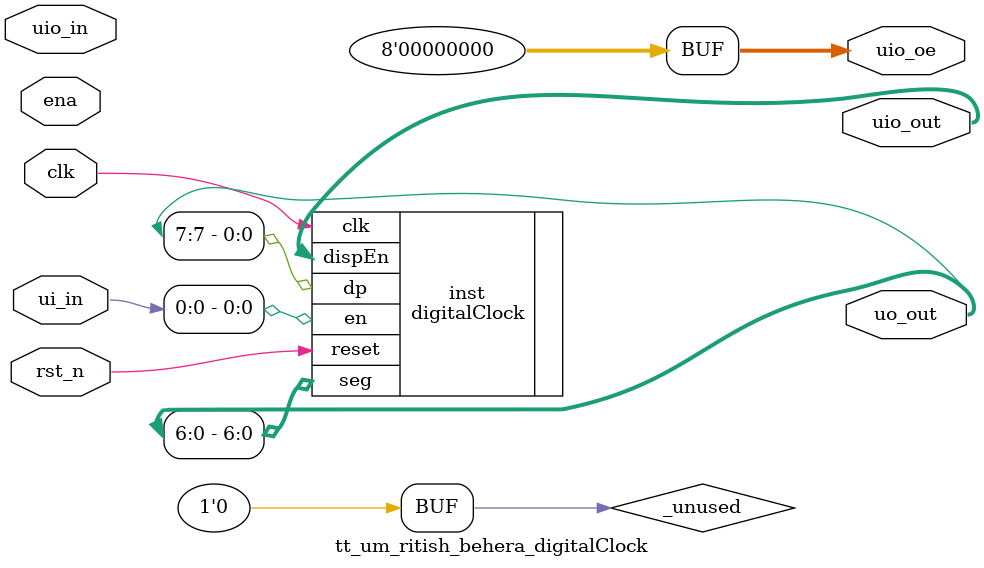
<source format=v>
/*
 * Copyright (c) 2024 Your Name
 * SPDX-License-Identifier: Apache-2.0
 */

`default_nettype none

module tt_um_ritish_behera_digitalClock (
    input  wire [7:0] ui_in,    // Dedicated inputs
    output wire [7:0] uo_out,   // Dedicated outputs
    input  wire [7:0] uio_in,   // IOs: Input path
    output wire [7:0] uio_out,  // IOs: Output path
    output wire [7:0] uio_oe,   // IOs: Enable path (active high: 0=input, 1=output)
    input  wire       ena,      // always 1 when the design is powered, so you can ignore it
    input  wire       clk,      // clock
    input  wire       rst_n     // reset_n - low to reset
);


    digitalClock inst(
        
        .clk        (clk),
        .reset      (rst_n),
        .en         (ui_in[0]),
        
        .dp         (uo_out[7]),
        .seg        (uo_out[6:0]),
        .dispEn     (uio_out[7:0])
        
    );



    
  // All output pins must be assigned. If not used, assign to 0.
  assign uio_oe  = 0;

  // List all unused inputs to prevent warnings
  wire _unused = &{ena, 1'b0};

endmodule

</source>
